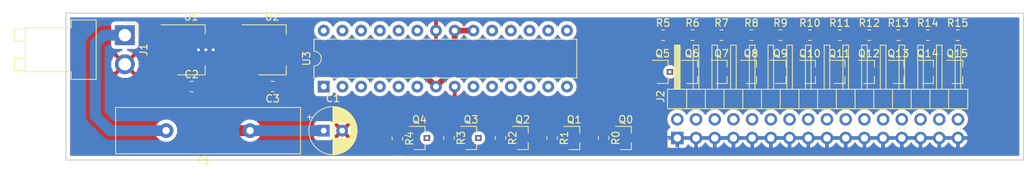
<source format=kicad_pcb>
(kicad_pcb (version 20171130) (host pcbnew 5.0.0)
  (layers (0 F.Cu signal) (31 B.Cu signal) (34 B.Paste user) (35 F.Paste user) (36 B.SilkS user) (37 F.SilkS user) (38 B.Mask user) (39 F.Mask user) (44 Edge.Cuts user))
  (net 0 "")
  (net 1 "Net-(C1-Pad1)")
  (net 2 GND)
  (net 3 +12V)
  (net 4 "Net-(F1-Pad2)")
  (net 5 /PB0)
  (net 6 "Net-(C3-Pad2)")
  (net 7 /LED0)
  (net 8 /LED1)
  (net 9 /LED2)
  (net 10 /LED3)
  (net 11 /LED4)
  (net 12 /LED5)
  (net 13 /LED6)
  (net 14 /LED7)
  (net 15 /LED8)
  (net 16 /LED9)
  (net 17 /LED10)
  (net 18 /LED11)
  (net 19 /LED12)
  (net 20 /LED13)
  (net 21 /LED14)
  (net 22 /LED15)
  (net 23 /PB1)
  (net 24 /PB2)
  (net 25 /PB3)
  (net 26 /PB4)
  (net 27 /PB5)
  (net 28 /PB6)
  (net 29 /PB7)
  (net 30 /PD0)
  (net 31 /PD1)
  (net 32 /PD2)
  (net 33 /PD3)
  (net 34 /PD4)
  (net 35 /PD5)
  (net 36 /PD6)
  (net 37 /PD7)
  (module Capacitor_THT:CP_Radial_D6.3mm_P2.50mm (layer F.Cu) (at 149.3 82.802)
    (fp_text reference C1 (at 1.25 -4.4) (layer F.SilkS))
    (fp_text value CP)
    (pad 1 thru_hole rect (at 0 0) (size 1.6 1.6) (drill 0.8) (layers *.Cu *.Mask) (net 1 "Net-(C1-Pad1)"))
    (pad 2 thru_hole circle (at 2.5 0) (size 1.6 1.6) (drill 0.8) (layers *.Cu *.Mask) (net 2 GND))
  )
  (module Capacitor_SMD:C_0805_2012Metric_Pad1.33x1.40mm_HandSolder (layer F.Cu) (at 131.3625 76.802)
    (fp_text reference C2 (at 0 -1.65) (layer F.SilkS))
    (fp_text value C)
    (pad 1 smd roundrect (at -0.9375 0) (size 1.325 1.4) (layers F.Cu F.Paste F.Mask) (roundrect_rratio 0.188679) (net 3 +12V))
    (pad 2 smd roundrect (at 0.9375 0) (size 1.325 1.4) (layers F.Cu F.Paste F.Mask) (roundrect_rratio 0.188679) (net 2 GND))
  )
  (module Capacitor_SMD:C_0805_2012Metric_Pad1.33x1.40mm_HandSolder (layer F.Cu) (at 142.3625 76.802 180)
    (fp_text reference C3 (at 0 -1.65 180) (layer F.SilkS))
    (fp_text value C)
    (pad 2 smd roundrect (at 0.9375 0 180) (size 1.325 1.4) (layers F.Cu F.Paste F.Mask) (roundrect_rratio 0.188679) (net 6 "Net-(C3-Pad2)"))
    (pad 1 smd roundrect (at -0.9375 0 180) (size 1.325 1.4) (layers F.Cu F.Paste F.Mask) (roundrect_rratio 0.188679) (net 2 GND))
  )
  (module Connector_JST:JST_VH_B2PS-VH_1x02_P3.96mm_Horizontal (layer F.Cu) (at 122.3 69.802 270)
    (fp_text reference J1 (at 1.98 -2.55 270) (layer F.SilkS))
    (fp_text value Conn_01x02_Male)
    (pad 1 thru_hole rect (at 0 0 270) (size 2.7 2.7) (drill 1.7) (layers *.Cu *.Mask) (net 4 "Net-(F1-Pad2)"))
    (pad 2 thru_hole circle (at 3.96 0 270) (size 2.7 2.7) (drill 1.7) (layers *.Cu *.Mask) (net 2 GND))
  )
  (module Connector_PinHeader_2.54mm:PinHeader_2x16_P2.54mm_Horizontal (layer F.Cu) (at 197.3 83.802 90)
    (fp_text reference J2 (at 5.655 -2.27 90) (layer F.SilkS))
    (fp_text value Conn_02x16_Odd_Even)
    (pad 1 thru_hole rect (at 0 0 90) (size 1.7 1.7) (drill 1) (layers *.Cu *.Mask) (net 3 +12V))
    (pad 2 thru_hole oval (at 2.54 0 90) (size 1.7 1.7) (drill 1) (layers *.Cu *.Mask) (net 7 /LED0))
    (pad 3 thru_hole oval (at 0 2.54 90) (size 1.7 1.7) (drill 1) (layers *.Cu *.Mask) (net 3 +12V))
    (pad 4 thru_hole oval (at 2.54 2.54 90) (size 1.7 1.7) (drill 1) (layers *.Cu *.Mask) (net 8 /LED1))
    (pad 5 thru_hole oval (at 0 5.08 90) (size 1.7 1.7) (drill 1) (layers *.Cu *.Mask) (net 3 +12V))
    (pad 6 thru_hole oval (at 2.54 5.08 90) (size 1.7 1.7) (drill 1) (layers *.Cu *.Mask) (net 9 /LED2))
    (pad 7 thru_hole oval (at 0 7.62 90) (size 1.7 1.7) (drill 1) (layers *.Cu *.Mask) (net 3 +12V))
    (pad 8 thru_hole oval (at 2.54 7.62 90) (size 1.7 1.7) (drill 1) (layers *.Cu *.Mask) (net 10 /LED3))
    (pad 9 thru_hole oval (at 0 10.16 90) (size 1.7 1.7) (drill 1) (layers *.Cu *.Mask) (net 3 +12V))
    (pad 10 thru_hole oval (at 2.54 10.16 90) (size 1.7 1.7) (drill 1) (layers *.Cu *.Mask) (net 11 /LED4))
    (pad 11 thru_hole oval (at 0 12.7 90) (size 1.7 1.7) (drill 1) (layers *.Cu *.Mask) (net 3 +12V))
    (pad 12 thru_hole oval (at 2.54 12.7 90) (size 1.7 1.7) (drill 1) (layers *.Cu *.Mask) (net 12 /LED5))
    (pad 13 thru_hole oval (at 0 15.24 90) (size 1.7 1.7) (drill 1) (layers *.Cu *.Mask) (net 3 +12V))
    (pad 14 thru_hole oval (at 2.54 15.24 90) (size 1.7 1.7) (drill 1) (layers *.Cu *.Mask) (net 13 /LED6))
    (pad 15 thru_hole oval (at 0 17.78 90) (size 1.7 1.7) (drill 1) (layers *.Cu *.Mask) (net 3 +12V))
    (pad 16 thru_hole oval (at 2.54 17.78 90) (size 1.7 1.7) (drill 1) (layers *.Cu *.Mask) (net 14 /LED7))
    (pad 17 thru_hole oval (at 0 20.32 90) (size 1.7 1.7) (drill 1) (layers *.Cu *.Mask) (net 3 +12V))
    (pad 18 thru_hole oval (at 2.54 20.32 90) (size 1.7 1.7) (drill 1) (layers *.Cu *.Mask) (net 15 /LED8))
    (pad 19 thru_hole oval (at 0 22.86 90) (size 1.7 1.7) (drill 1) (layers *.Cu *.Mask) (net 3 +12V))
    (pad 20 thru_hole oval (at 2.54 22.86 90) (size 1.7 1.7) (drill 1) (layers *.Cu *.Mask) (net 16 /LED9))
    (pad 21 thru_hole oval (at 0 25.4 90) (size 1.7 1.7) (drill 1) (layers *.Cu *.Mask) (net 3 +12V))
    (pad 22 thru_hole oval (at 2.54 25.4 90) (size 1.7 1.7) (drill 1) (layers *.Cu *.Mask) (net 17 /LED10))
    (pad 23 thru_hole oval (at 0 27.94 90) (size 1.7 1.7) (drill 1) (layers *.Cu *.Mask) (net 3 +12V))
    (pad 24 thru_hole oval (at 2.54 27.94 90) (size 1.7 1.7) (drill 1) (layers *.Cu *.Mask) (net 18 /LED11))
    (pad 25 thru_hole oval (at 0 30.48 90) (size 1.7 1.7) (drill 1) (layers *.Cu *.Mask) (net 3 +12V))
    (pad 26 thru_hole oval (at 2.54 30.48 90) (size 1.7 1.7) (drill 1) (layers *.Cu *.Mask) (net 19 /LED12))
    (pad 27 thru_hole oval (at 0 33.02 90) (size 1.7 1.7) (drill 1) (layers *.Cu *.Mask) (net 3 +12V))
    (pad 28 thru_hole oval (at 2.54 33.02 90) (size 1.7 1.7) (drill 1) (layers *.Cu *.Mask) (net 20 /LED13))
    (pad 29 thru_hole oval (at 0 35.56 90) (size 1.7 1.7) (drill 1) (layers *.Cu *.Mask) (net 3 +12V))
    (pad 30 thru_hole oval (at 2.54 35.56 90) (size 1.7 1.7) (drill 1) (layers *.Cu *.Mask) (net 21 /LED14))
    (pad 31 thru_hole oval (at 0 38.1 90) (size 1.7 1.7) (drill 1) (layers *.Cu *.Mask) (net 3 +12V))
    (pad 32 thru_hole oval (at 2.54 38.1 90) (size 1.7 1.7) (drill 1) (layers *.Cu *.Mask) (net 22 /LED15))
  )
  (module Package_TO_SOT_SMD:SOT-223-3_TabPin2 (layer F.Cu) (at 131.3 71.802)
    (fp_text reference U1 (at 0 -4.5) (layer F.SilkS))
    (fp_text value NCP1117-12_SOT223)
    (pad 1 smd rect (at -3.15 -2.3) (size 2 1.5) (layers F.Cu F.Paste F.Mask) (net 2 GND))
    (pad 3 smd rect (at -3.15 2.3) (size 2 1.5) (layers F.Cu F.Paste F.Mask) (net 1 "Net-(C1-Pad1)"))
    (pad 2 smd rect (at -3.15 0) (size 2 1.5) (layers F.Cu F.Paste F.Mask) (net 3 +12V))
    (pad 2 smd rect (at 3.15 0) (size 2 3.8) (layers F.Cu F.Paste F.Mask) (net 3 +12V))
  )
  (module Package_TO_SOT_SMD:SOT-223-3_TabPin2 (layer F.Cu) (at 142.3 71.802)
    (fp_text reference U2 (at 0 -4.5) (layer F.SilkS))
    (fp_text value AP1117-50)
    (pad 2 smd rect (at 3.15 0) (size 2 3.8) (layers F.Cu F.Paste F.Mask) (net 6 "Net-(C3-Pad2)"))
    (pad 2 smd rect (at -3.15 0) (size 2 1.5) (layers F.Cu F.Paste F.Mask) (net 6 "Net-(C3-Pad2)"))
    (pad 3 smd rect (at -3.15 2.3) (size 2 1.5) (layers F.Cu F.Paste F.Mask) (net 3 +12V))
    (pad 1 smd rect (at -3.15 -2.3) (size 2 1.5) (layers F.Cu F.Paste F.Mask) (net 2 GND))
  )
  (module Package_DIP:DIP-28_W7.62mm (layer F.Cu) (at 149.3 76.802 90)
    (fp_text reference U3 (at 3.81 -2.33 90) (layer F.SilkS))
    (fp_text value ATmega328P-PU)
    (pad 1 thru_hole rect (at 0 0 90) (size 1.6 1.6) (drill 0.8) (layers *.Cu *.Mask))
    (pad 15 thru_hole oval (at 7.62 33.02 90) (size 1.6 1.6) (drill 0.8) (layers *.Cu *.Mask) (net 23 /PB1))
    (pad 2 thru_hole oval (at 0 2.54 90) (size 1.6 1.6) (drill 0.8) (layers *.Cu *.Mask) (net 30 /PD0))
    (pad 16 thru_hole oval (at 7.62 30.48 90) (size 1.6 1.6) (drill 0.8) (layers *.Cu *.Mask) (net 24 /PB2))
    (pad 3 thru_hole oval (at 0 5.08 90) (size 1.6 1.6) (drill 0.8) (layers *.Cu *.Mask) (net 31 /PD1))
    (pad 17 thru_hole oval (at 7.62 27.94 90) (size 1.6 1.6) (drill 0.8) (layers *.Cu *.Mask) (net 25 /PB3))
    (pad 4 thru_hole oval (at 0 7.62 90) (size 1.6 1.6) (drill 0.8) (layers *.Cu *.Mask) (net 32 /PD2))
    (pad 18 thru_hole oval (at 7.62 25.4 90) (size 1.6 1.6) (drill 0.8) (layers *.Cu *.Mask) (net 26 /PB4))
    (pad 5 thru_hole oval (at 0 10.16 90) (size 1.6 1.6) (drill 0.8) (layers *.Cu *.Mask) (net 33 /PD3))
    (pad 19 thru_hole oval (at 7.62 22.86 90) (size 1.6 1.6) (drill 0.8) (layers *.Cu *.Mask) (net 27 /PB5))
    (pad 6 thru_hole oval (at 0 12.7 90) (size 1.6 1.6) (drill 0.8) (layers *.Cu *.Mask) (net 34 /PD4))
    (pad 20 thru_hole oval (at 7.62 20.32 90) (size 1.6 1.6) (drill 0.8) (layers *.Cu *.Mask) (net 6 "Net-(C3-Pad2)"))
    (pad 7 thru_hole oval (at 0 15.24 90) (size 1.6 1.6) (drill 0.8) (layers *.Cu *.Mask) (net 6 "Net-(C3-Pad2)"))
    (pad 21 thru_hole oval (at 7.62 17.78 90) (size 1.6 1.6) (drill 0.8) (layers *.Cu *.Mask) (net 6 "Net-(C3-Pad2)"))
    (pad 8 thru_hole oval (at 0 17.78 90) (size 1.6 1.6) (drill 0.8) (layers *.Cu *.Mask) (net 2 GND))
    (pad 22 thru_hole oval (at 7.62 15.24 90) (size 1.6 1.6) (drill 0.8) (layers *.Cu *.Mask) (net 2 GND))
    (pad 9 thru_hole oval (at 0 20.32 90) (size 1.6 1.6) (drill 0.8) (layers *.Cu *.Mask) (net 28 /PB6))
    (pad 23 thru_hole oval (at 7.62 12.7 90) (size 1.6 1.6) (drill 0.8) (layers *.Cu *.Mask))
    (pad 10 thru_hole oval (at 0 22.86 90) (size 1.6 1.6) (drill 0.8) (layers *.Cu *.Mask) (net 29 /PB7))
    (pad 24 thru_hole oval (at 7.62 10.16 90) (size 1.6 1.6) (drill 0.8) (layers *.Cu *.Mask))
    (pad 11 thru_hole oval (at 0 25.4 90) (size 1.6 1.6) (drill 0.8) (layers *.Cu *.Mask) (net 35 /PD5))
    (pad 25 thru_hole oval (at 7.62 7.62 90) (size 1.6 1.6) (drill 0.8) (layers *.Cu *.Mask))
    (pad 12 thru_hole oval (at 0 27.94 90) (size 1.6 1.6) (drill 0.8) (layers *.Cu *.Mask) (net 36 /PD6))
    (pad 26 thru_hole oval (at 7.62 5.08 90) (size 1.6 1.6) (drill 0.8) (layers *.Cu *.Mask))
    (pad 13 thru_hole oval (at 0 30.48 90) (size 1.6 1.6) (drill 0.8) (layers *.Cu *.Mask) (net 37 /PD7))
    (pad 27 thru_hole oval (at 7.62 2.54 90) (size 1.6 1.6) (drill 0.8) (layers *.Cu *.Mask))
    (pad 14 thru_hole oval (at 0 33.02 90) (size 1.6 1.6) (drill 0.8) (layers *.Cu *.Mask) (net 5 /PB0))
    (pad 28 thru_hole oval (at 7.62 0 90) (size 1.6 1.6) (drill 0.8) (layers *.Cu *.Mask))
  )
  (module Fuse:Fuse_Littelfuse-LVR200 (layer F.Cu) (at 139.3 82.802 180)
    (fp_text reference F1 (at 6.3 -4.1 180) (layer F.SilkS))
    (fp_text value Fuse)
    (pad 1 thru_hole circle (at 0 0 180) (size 2 2) (drill 1) (layers *.Cu *.Mask) (net 1 "Net-(C1-Pad1)"))
    (pad 2 thru_hole circle (at 11.4 0 180) (size 2 2) (drill 1) (layers *.Cu *.Mask) (net 4 "Net-(F1-Pad2)"))
  )
  (module Package_TO_SOT_SMD:SOT-23 (layer F.Cu) (at 190.3 83.802)
    (fp_text reference Q0 (at 0 -2.5) (layer F.SilkS))
    (fp_text value BSS138)
    (pad 3 smd rect (at 1 0) (size 0.9 0.8) (layers F.Cu F.Paste F.Mask) (net 7 /LED0))
    (pad 2 smd rect (at -1 0.95) (size 0.9 0.8) (layers F.Cu F.Paste F.Mask) (net 2 GND))
    (pad 1 smd rect (at -1 -0.95) (size 0.9 0.8) (layers F.Cu F.Paste F.Mask) (net 5 /PB0))
  )
  (module Package_TO_SOT_SMD:SOT-23 (layer F.Cu) (at 183.3 83.802)
    (fp_text reference Q1 (at 0 -2.5) (layer F.SilkS))
    (fp_text value BSS138)
    (pad 1 smd rect (at -1 -0.95) (size 0.9 0.8) (layers F.Cu F.Paste F.Mask) (net 23 /PB1))
    (pad 2 smd rect (at -1 0.95) (size 0.9 0.8) (layers F.Cu F.Paste F.Mask) (net 2 GND))
    (pad 3 smd rect (at 1 0) (size 0.9 0.8) (layers F.Cu F.Paste F.Mask) (net 8 /LED1))
  )
  (module Package_TO_SOT_SMD:SOT-23 (layer F.Cu) (at 176.3 83.802)
    (fp_text reference Q2 (at 0 -2.5) (layer F.SilkS))
    (fp_text value BSS138)
    (pad 3 smd rect (at 1 0) (size 0.9 0.8) (layers F.Cu F.Paste F.Mask) (net 9 /LED2))
    (pad 2 smd rect (at -1 0.95) (size 0.9 0.8) (layers F.Cu F.Paste F.Mask) (net 2 GND))
    (pad 1 smd rect (at -1 -0.95) (size 0.9 0.8) (layers F.Cu F.Paste F.Mask) (net 24 /PB2))
  )
  (module Package_TO_SOT_SMD:SOT-23 (layer F.Cu) (at 169.3 83.802)
    (fp_text reference Q3 (at 0 -2.5) (layer F.SilkS))
    (fp_text value BSS138)
    (pad 1 smd rect (at -1 -0.95) (size 0.9 0.8) (layers F.Cu F.Paste F.Mask) (net 25 /PB3))
    (pad 2 smd rect (at -1 0.95) (size 0.9 0.8) (layers F.Cu F.Paste F.Mask) (net 2 GND))
    (pad 3 smd rect (at 1 0) (size 0.9 0.8) (layers F.Cu F.Paste F.Mask) (net 10 /LED3))
  )
  (module Package_TO_SOT_SMD:SOT-23 (layer F.Cu) (at 162.3 83.802)
    (fp_text reference Q4 (at 0 -2.5) (layer F.SilkS))
    (fp_text value BSS138)
    (pad 3 smd rect (at 1 0) (size 0.9 0.8) (layers F.Cu F.Paste F.Mask) (net 11 /LED4))
    (pad 2 smd rect (at -1 0.95) (size 0.9 0.8) (layers F.Cu F.Paste F.Mask) (net 2 GND))
    (pad 1 smd rect (at -1 -0.95) (size 0.9 0.8) (layers F.Cu F.Paste F.Mask) (net 26 /PB4))
  )
  (module Package_TO_SOT_SMD:SOT-23 (layer F.Cu) (at 195.3 74.802)
    (fp_text reference Q5 (at 0 -2.5) (layer F.SilkS))
    (fp_text value BSS138)
    (pad 3 smd rect (at 1 0) (size 0.9 0.8) (layers F.Cu F.Paste F.Mask) (net 12 /LED5))
    (pad 2 smd rect (at -1 0.95) (size 0.9 0.8) (layers F.Cu F.Paste F.Mask) (net 2 GND))
    (pad 1 smd rect (at -1 -0.95) (size 0.9 0.8) (layers F.Cu F.Paste F.Mask) (net 27 /PB5))
  )
  (module Package_TO_SOT_SMD:SOT-23 (layer F.Cu) (at 199.3 74.802)
    (fp_text reference Q6 (at 0 -2.5) (layer F.SilkS))
    (fp_text value BSS138)
    (pad 1 smd rect (at -1 -0.95) (size 0.9 0.8) (layers F.Cu F.Paste F.Mask) (net 28 /PB6))
    (pad 2 smd rect (at -1 0.95) (size 0.9 0.8) (layers F.Cu F.Paste F.Mask) (net 2 GND))
    (pad 3 smd rect (at 1 0) (size 0.9 0.8) (layers F.Cu F.Paste F.Mask) (net 13 /LED6))
  )
  (module Package_TO_SOT_SMD:SOT-23 (layer F.Cu) (at 203.3 74.802)
    (fp_text reference Q7 (at 0 -2.5) (layer F.SilkS))
    (fp_text value BSS138)
    (pad 3 smd rect (at 1 0) (size 0.9 0.8) (layers F.Cu F.Paste F.Mask) (net 14 /LED7))
    (pad 2 smd rect (at -1 0.95) (size 0.9 0.8) (layers F.Cu F.Paste F.Mask) (net 2 GND))
    (pad 1 smd rect (at -1 -0.95) (size 0.9 0.8) (layers F.Cu F.Paste F.Mask) (net 29 /PB7))
  )
  (module Package_TO_SOT_SMD:SOT-23 (layer F.Cu) (at 207.3 74.802)
    (fp_text reference Q8 (at 0 -2.5) (layer F.SilkS))
    (fp_text value BSS138)
    (pad 3 smd rect (at 1 0) (size 0.9 0.8) (layers F.Cu F.Paste F.Mask) (net 15 /LED8))
    (pad 2 smd rect (at -1 0.95) (size 0.9 0.8) (layers F.Cu F.Paste F.Mask) (net 2 GND))
    (pad 1 smd rect (at -1 -0.95) (size 0.9 0.8) (layers F.Cu F.Paste F.Mask) (net 30 /PD0))
  )
  (module Package_TO_SOT_SMD:SOT-23 (layer F.Cu) (at 211.3 74.802)
    (fp_text reference Q9 (at 0 -2.5) (layer F.SilkS))
    (fp_text value BSS138)
    (pad 1 smd rect (at -1 -0.95) (size 0.9 0.8) (layers F.Cu F.Paste F.Mask) (net 31 /PD1))
    (pad 2 smd rect (at -1 0.95) (size 0.9 0.8) (layers F.Cu F.Paste F.Mask) (net 2 GND))
    (pad 3 smd rect (at 1 0) (size 0.9 0.8) (layers F.Cu F.Paste F.Mask) (net 16 /LED9))
  )
  (module Package_TO_SOT_SMD:SOT-23 (layer F.Cu) (at 215.3 74.802)
    (fp_text reference Q10 (at 0 -2.5) (layer F.SilkS))
    (fp_text value BSS138)
    (pad 1 smd rect (at -1 -0.95) (size 0.9 0.8) (layers F.Cu F.Paste F.Mask) (net 32 /PD2))
    (pad 2 smd rect (at -1 0.95) (size 0.9 0.8) (layers F.Cu F.Paste F.Mask) (net 2 GND))
    (pad 3 smd rect (at 1 0) (size 0.9 0.8) (layers F.Cu F.Paste F.Mask) (net 17 /LED10))
  )
  (module Package_TO_SOT_SMD:SOT-23 (layer F.Cu) (at 219.3 74.802)
    (fp_text reference Q11 (at 0 -2.5) (layer F.SilkS))
    (fp_text value BSS138)
    (pad 1 smd rect (at -1 -0.95) (size 0.9 0.8) (layers F.Cu F.Paste F.Mask) (net 33 /PD3))
    (pad 2 smd rect (at -1 0.95) (size 0.9 0.8) (layers F.Cu F.Paste F.Mask) (net 2 GND))
    (pad 3 smd rect (at 1 0) (size 0.9 0.8) (layers F.Cu F.Paste F.Mask) (net 18 /LED11))
  )
  (module Package_TO_SOT_SMD:SOT-23 (layer F.Cu) (at 223.3 74.802)
    (fp_text reference Q12 (at 0 -2.5) (layer F.SilkS))
    (fp_text value BSS138)
    (pad 3 smd rect (at 1 0) (size 0.9 0.8) (layers F.Cu F.Paste F.Mask) (net 19 /LED12))
    (pad 2 smd rect (at -1 0.95) (size 0.9 0.8) (layers F.Cu F.Paste F.Mask) (net 2 GND))
    (pad 1 smd rect (at -1 -0.95) (size 0.9 0.8) (layers F.Cu F.Paste F.Mask) (net 34 /PD4))
  )
  (module Package_TO_SOT_SMD:SOT-23 (layer F.Cu) (at 227.3 74.802)
    (fp_text reference Q13 (at 0 -2.5) (layer F.SilkS))
    (fp_text value BSS138)
    (pad 3 smd rect (at 1 0) (size 0.9 0.8) (layers F.Cu F.Paste F.Mask) (net 20 /LED13))
    (pad 2 smd rect (at -1 0.95) (size 0.9 0.8) (layers F.Cu F.Paste F.Mask) (net 2 GND))
    (pad 1 smd rect (at -1 -0.95) (size 0.9 0.8) (layers F.Cu F.Paste F.Mask) (net 35 /PD5))
  )
  (module Package_TO_SOT_SMD:SOT-23 (layer F.Cu) (at 231.3 74.802)
    (fp_text reference Q14 (at 0 -2.5) (layer F.SilkS))
    (fp_text value BSS138)
    (pad 1 smd rect (at -1 -0.95) (size 0.9 0.8) (layers F.Cu F.Paste F.Mask) (net 36 /PD6))
    (pad 2 smd rect (at -1 0.95) (size 0.9 0.8) (layers F.Cu F.Paste F.Mask) (net 2 GND))
    (pad 3 smd rect (at 1 0) (size 0.9 0.8) (layers F.Cu F.Paste F.Mask) (net 21 /LED14))
  )
  (module Package_TO_SOT_SMD:SOT-23 (layer F.Cu) (at 235.3 74.802)
    (fp_text reference Q15 (at 0 -2.5) (layer F.SilkS))
    (fp_text value BSS138)
    (pad 1 smd rect (at -1 -0.95) (size 0.9 0.8) (layers F.Cu F.Paste F.Mask) (net 37 /PD7))
    (pad 2 smd rect (at -1 0.95) (size 0.9 0.8) (layers F.Cu F.Paste F.Mask) (net 2 GND))
    (pad 3 smd rect (at 1 0) (size 0.9 0.8) (layers F.Cu F.Paste F.Mask) (net 22 /LED15))
  )
  (module Resistor_SMD:R_0805_2012Metric_Pad1.33x1.40mm_HandSolder (layer F.Cu) (at 187.3 83.802 270)
    (fp_text reference R0 (at 0 -1.65 270) (layer F.SilkS))
    (fp_text value R)
    (pad 1 smd roundrect (at -0.9375 0 270) (size 1.325 1.4) (layers F.Cu F.Paste F.Mask) (roundrect_rratio 0.188679) (net 5 /PB0))
    (pad 2 smd roundrect (at 0.9375 0 270) (size 1.325 1.4) (layers F.Cu F.Paste F.Mask) (roundrect_rratio 0.188679) (net 2 GND))
  )
  (module Resistor_SMD:R_0805_2012Metric_Pad1.33x1.40mm_HandSolder (layer F.Cu) (at 180.3 83.802 270)
    (fp_text reference R1 (at 0 -1.65 270) (layer F.SilkS))
    (fp_text value R)
    (pad 1 smd roundrect (at -0.9375 0 270) (size 1.325 1.4) (layers F.Cu F.Paste F.Mask) (roundrect_rratio 0.188679) (net 23 /PB1))
    (pad 2 smd roundrect (at 0.9375 0 270) (size 1.325 1.4) (layers F.Cu F.Paste F.Mask) (roundrect_rratio 0.188679) (net 2 GND))
  )
  (module Resistor_SMD:R_0805_2012Metric_Pad1.33x1.40mm_HandSolder (layer F.Cu) (at 173.3 83.802 270)
    (fp_text reference R2 (at 0 -1.65 270) (layer F.SilkS))
    (fp_text value R)
    (pad 2 smd roundrect (at 0.9375 0 270) (size 1.325 1.4) (layers F.Cu F.Paste F.Mask) (roundrect_rratio 0.188679) (net 2 GND))
    (pad 1 smd roundrect (at -0.9375 0 270) (size 1.325 1.4) (layers F.Cu F.Paste F.Mask) (roundrect_rratio 0.188679) (net 24 /PB2))
  )
  (module Resistor_SMD:R_0805_2012Metric_Pad1.33x1.40mm_HandSolder (layer F.Cu) (at 166.3 83.802 270)
    (fp_text reference R3 (at 0 -1.65 270) (layer F.SilkS))
    (fp_text value R)
    (pad 1 smd roundrect (at -0.9375 0 270) (size 1.325 1.4) (layers F.Cu F.Paste F.Mask) (roundrect_rratio 0.188679) (net 25 /PB3))
    (pad 2 smd roundrect (at 0.9375 0 270) (size 1.325 1.4) (layers F.Cu F.Paste F.Mask) (roundrect_rratio 0.188679) (net 2 GND))
  )
  (module Resistor_SMD:R_0805_2012Metric_Pad1.33x1.40mm_HandSolder (layer F.Cu) (at 159.3 83.8645 270)
    (fp_text reference R4 (at 0 -1.65 270) (layer F.SilkS))
    (fp_text value R)
    (pad 1 smd roundrect (at -0.9375 0 270) (size 1.325 1.4) (layers F.Cu F.Paste F.Mask) (roundrect_rratio 0.188679) (net 26 /PB4))
    (pad 2 smd roundrect (at 0.9375 0 270) (size 1.325 1.4) (layers F.Cu F.Paste F.Mask) (roundrect_rratio 0.188679) (net 2 GND))
  )
  (module Resistor_SMD:R_0805_2012Metric_Pad1.33x1.40mm_HandSolder (layer F.Cu) (at 195.3625 69.802)
    (fp_text reference R5 (at 0 -1.65) (layer F.SilkS))
    (fp_text value R)
    (pad 2 smd roundrect (at 0.9375 0) (size 1.325 1.4) (layers F.Cu F.Paste F.Mask) (roundrect_rratio 0.188679) (net 2 GND))
    (pad 1 smd roundrect (at -0.9375 0) (size 1.325 1.4) (layers F.Cu F.Paste F.Mask) (roundrect_rratio 0.188679) (net 27 /PB5))
  )
  (module Resistor_SMD:R_0805_2012Metric_Pad1.33x1.40mm_HandSolder (layer F.Cu) (at 199.3625 69.802)
    (fp_text reference R6 (at 0 -1.65) (layer F.SilkS))
    (fp_text value R)
    (pad 2 smd roundrect (at 0.9375 0) (size 1.325 1.4) (layers F.Cu F.Paste F.Mask) (roundrect_rratio 0.188679) (net 2 GND))
    (pad 1 smd roundrect (at -0.9375 0) (size 1.325 1.4) (layers F.Cu F.Paste F.Mask) (roundrect_rratio 0.188679) (net 28 /PB6))
  )
  (module Resistor_SMD:R_0805_2012Metric_Pad1.33x1.40mm_HandSolder (layer F.Cu) (at 203.3 69.802)
    (fp_text reference R7 (at 0 -1.65) (layer F.SilkS))
    (fp_text value R)
    (pad 1 smd roundrect (at -0.9375 0) (size 1.325 1.4) (layers F.Cu F.Paste F.Mask) (roundrect_rratio 0.188679) (net 29 /PB7))
    (pad 2 smd roundrect (at 0.9375 0) (size 1.325 1.4) (layers F.Cu F.Paste F.Mask) (roundrect_rratio 0.188679) (net 2 GND))
  )
  (module Resistor_SMD:R_0805_2012Metric_Pad1.33x1.40mm_HandSolder (layer F.Cu) (at 207.3625 69.802)
    (fp_text reference R8 (at 0 -1.65) (layer F.SilkS))
    (fp_text value R)
    (pad 2 smd roundrect (at 0.9375 0) (size 1.325 1.4) (layers F.Cu F.Paste F.Mask) (roundrect_rratio 0.188679) (net 2 GND))
    (pad 1 smd roundrect (at -0.9375 0) (size 1.325 1.4) (layers F.Cu F.Paste F.Mask) (roundrect_rratio 0.188679) (net 30 /PD0))
  )
  (module Resistor_SMD:R_0805_2012Metric_Pad1.33x1.40mm_HandSolder (layer F.Cu) (at 211.3 69.802)
    (fp_text reference R9 (at 0 -1.65) (layer F.SilkS))
    (fp_text value R)
    (pad 1 smd roundrect (at -0.9375 0) (size 1.325 1.4) (layers F.Cu F.Paste F.Mask) (roundrect_rratio 0.188679) (net 31 /PD1))
    (pad 2 smd roundrect (at 0.9375 0) (size 1.325 1.4) (layers F.Cu F.Paste F.Mask) (roundrect_rratio 0.188679) (net 2 GND))
  )
  (module Resistor_SMD:R_0805_2012Metric_Pad1.33x1.40mm_HandSolder (layer F.Cu) (at 215.3 69.802)
    (fp_text reference R10 (at 0 -1.65) (layer F.SilkS))
    (fp_text value R)
    (pad 2 smd roundrect (at 0.9375 0) (size 1.325 1.4) (layers F.Cu F.Paste F.Mask) (roundrect_rratio 0.188679) (net 2 GND))
    (pad 1 smd roundrect (at -0.9375 0) (size 1.325 1.4) (layers F.Cu F.Paste F.Mask) (roundrect_rratio 0.188679) (net 32 /PD2))
  )
  (module Resistor_SMD:R_0805_2012Metric_Pad1.33x1.40mm_HandSolder (layer F.Cu) (at 219.3625 69.802)
    (fp_text reference R11 (at 0 -1.65) (layer F.SilkS))
    (fp_text value R)
    (pad 1 smd roundrect (at -0.9375 0) (size 1.325 1.4) (layers F.Cu F.Paste F.Mask) (roundrect_rratio 0.188679) (net 33 /PD3))
    (pad 2 smd roundrect (at 0.9375 0) (size 1.325 1.4) (layers F.Cu F.Paste F.Mask) (roundrect_rratio 0.188679) (net 2 GND))
  )
  (module Resistor_SMD:R_0805_2012Metric_Pad1.33x1.40mm_HandSolder (layer F.Cu) (at 223.3625 69.802)
    (fp_text reference R12 (at 0 -1.65) (layer F.SilkS))
    (fp_text value R)
    (pad 2 smd roundrect (at 0.9375 0) (size 1.325 1.4) (layers F.Cu F.Paste F.Mask) (roundrect_rratio 0.188679) (net 2 GND))
    (pad 1 smd roundrect (at -0.9375 0) (size 1.325 1.4) (layers F.Cu F.Paste F.Mask) (roundrect_rratio 0.188679) (net 34 /PD4))
  )
  (module Resistor_SMD:R_0805_2012Metric_Pad1.33x1.40mm_HandSolder (layer F.Cu) (at 227.3 69.802)
    (fp_text reference R13 (at 0 -1.65) (layer F.SilkS))
    (fp_text value R)
    (pad 2 smd roundrect (at 0.9375 0) (size 1.325 1.4) (layers F.Cu F.Paste F.Mask) (roundrect_rratio 0.188679) (net 2 GND))
    (pad 1 smd roundrect (at -0.9375 0) (size 1.325 1.4) (layers F.Cu F.Paste F.Mask) (roundrect_rratio 0.188679) (net 35 /PD5))
  )
  (module Resistor_SMD:R_0805_2012Metric_Pad1.33x1.40mm_HandSolder (layer F.Cu) (at 231.3 69.802)
    (fp_text reference R14 (at 0 -1.65) (layer F.SilkS))
    (fp_text value R)
    (pad 1 smd roundrect (at -0.9375 0) (size 1.325 1.4) (layers F.Cu F.Paste F.Mask) (roundrect_rratio 0.188679) (net 36 /PD6))
    (pad 2 smd roundrect (at 0.9375 0) (size 1.325 1.4) (layers F.Cu F.Paste F.Mask) (roundrect_rratio 0.188679) (net 2 GND))
  )
  (module Resistor_SMD:R_0805_2012Metric_Pad1.33x1.40mm_HandSolder (layer F.Cu) (at 235.3625 69.802)
    (fp_text reference R15 (at 0 -1.65) (layer F.SilkS))
    (fp_text value R)
    (pad 2 smd roundrect (at 0.9375 0) (size 1.325 1.4) (layers F.Cu F.Paste F.Mask) (roundrect_rratio 0.188679) (net 2 GND))
    (pad 1 smd roundrect (at -0.9375 0) (size 1.325 1.4) (layers F.Cu F.Paste F.Mask) (roundrect_rratio 0.188679) (net 37 /PD7))
  )
  (gr_line (start 114.3 86.802) (end 114.3 66.802) (layer Edge.Cuts) (width 0.15))
  (gr_line (start 244.3 86.802) (end 114.3 86.802) (layer Edge.Cuts) (width 0.15))
  (gr_line (start 244.3 66.802) (end 244.3 86.802) (layer Edge.Cuts) (width 0.15))
  (gr_line (start 114.3 66.802) (end 244.3 66.802) (layer Edge.Cuts) (width 0.15))
  (segment (start 139.3 82.802) (end 133.3 82.802) (width 1.5) (layer F.Cu) (net 1))
  (segment (start 128.15 77.652) (end 128.15 74.102) (width 1.5) (layer F.Cu) (net 1))
  (segment (start 133.3 82.802) (end 128.15 77.652) (width 1.5) (layer F.Cu) (net 1))
  (segment (start 139.3 82.802) (end 149.3 82.802) (width 1.5) (layer B.Cu) (net 1))
  (segment (start 136.75 74.102) (end 139.15 74.102) (width 1.5) (layer F.Cu) (net 3))
  (segment (start 134.45 71.802) (end 136.75 74.102) (width 1.5) (layer F.Cu) (net 3))
  (segment (start 134.3 71.802) (end 134.45 71.802) (width 1.5) (layer F.Cu) (net 3))
  (via (at 134.3 71.802) (size 0.8) (drill 0.4) (layers F.Cu B.Cu) (net 3))
  (segment (start 133.3 71.802) (end 134.3 71.802) (width 1.5) (layer F.Cu) (net 3))
  (via (at 133.3 71.802) (size 0.8) (drill 0.4) (layers F.Cu B.Cu) (net 3))
  (segment (start 132.3 71.802) (end 133.3 71.802) (width 1.5) (layer F.Cu) (net 3))
  (via (at 132.3 71.802) (size 0.8) (drill 0.4) (layers F.Cu B.Cu) (net 3))
  (segment (start 131.3 75.127) (end 131.3 71.802) (width 0.8) (layer F.Cu) (net 3))
  (segment (start 130.425 76.002) (end 131.3 75.127) (width 0.8) (layer F.Cu) (net 3))
  (segment (start 131.3 71.802) (end 132.3 71.802) (width 1.5) (layer F.Cu) (net 3))
  (segment (start 130.425 76.802) (end 130.425 76.002) (width 0.8) (layer F.Cu) (net 3))
  (segment (start 128.15 71.802) (end 131.3 71.802) (width 1.5) (layer F.Cu) (net 3))
  (segment (start 118.3 80.802) (end 120.3 82.802) (width 1.5) (layer B.Cu) (net 4))
  (segment (start 118.3 70.952) (end 118.3 80.802) (width 1.5) (layer B.Cu) (net 4))
  (segment (start 119.45 69.802) (end 118.3 70.952) (width 1.5) (layer B.Cu) (net 4))
  (segment (start 122.3 69.802) (end 119.45 69.802) (width 1.5) (layer B.Cu) (net 4))
  (segment (start 120.3 82.802) (end 127.9 82.802) (width 1.5) (layer B.Cu) (net 4))
  (segment (start 139.15 71.802) (end 140.95 71.802) (width 0.8) (layer F.Cu) (net 6))
  (segment (start 159.54 71.802) (end 164.54 76.802) (width 0.8) (layer F.Cu) (net 6))
  (segment (start 145.45 71.802) (end 159.54 71.802) (width 0.8) (layer F.Cu) (net 6))
  (segment (start 167.08 74.262) (end 167.08 69.182) (width 0.8) (layer F.Cu) (net 6))
  (segment (start 164.54 76.802) (end 167.08 74.262) (width 0.8) (layer F.Cu) (net 6))
  (segment (start 167.08 69.182) (end 169.62 69.182) (width 0.8) (layer F.Cu) (net 6))
  (segment (start 141.425 71.927) (end 141.3 71.802) (width 0.8) (layer F.Cu) (net 6))
  (segment (start 141.425 76.802) (end 141.425 71.927) (width 0.8) (layer F.Cu) (net 6))
  (segment (start 141.3 71.802) (end 139.15 71.802) (width 0.8) (layer F.Cu) (net 6))
  (segment (start 145.45 71.802) (end 141.3 71.802) (width 0.8) (layer F.Cu) (net 6))
  (segment (start 188.393519 81.751999) (end 188.14351 81.50199) (width 1) (layer F.Cu) (net 8))
  (segment (start 190.450001 81.891999) (end 190.310001 81.751999) (width 1) (layer F.Cu) (net 8))
  (segment (start 190.310001 81.751999) (end 188.393519 81.751999) (width 1) (layer F.Cu) (net 8))
  (segment (start 190.450001 82.702001) (end 190.450001 81.891999) (width 1) (layer F.Cu) (net 8))
  (segment (start 184.3 83.65848) (end 184.3 83.802) (width 1) (layer F.Cu) (net 8))
  (segment (start 190.702929 82.702001) (end 190.450001 82.702001) (width 1) (layer F.Cu) (net 8))
  (segment (start 188.890579 80.551988) (end 188.64057 80.301979) (width 1) (layer F.Cu) (net 9))
  (segment (start 190.981466 80.726393) (end 190.807061 80.551988) (width 1) (layer F.Cu) (net 9))
  (segment (start 190.807061 80.551988) (end 188.890579 80.551988) (width 1) (layer F.Cu) (net 9))
  (via (at 170.3 83.802) (size 0.8) (drill 0.4) (layers F.Cu B.Cu) (net 10))
  (via (at 163.3 83.802) (size 0.8) (drill 0.4) (layers F.Cu B.Cu) (net 11))
  (via (at 196.3 74.802) (size 0.8) (drill 0.4) (layers F.Cu B.Cu) (net 12))
  (zone (net 2) (net_name GND) (layer F.Cu) (connect_pads (clearance 0.508)) (min_thickness 0.254) (fill yes (arc_segments 16) (thermal_gap 0.508) (thermal_bridge_width 0.508))
    (polygon (pts (xy 114.3 66.802) (xy 114.3 86.802) (xy 244.3 86.802) (xy 244.3 66.802)))
  )
  (zone (net 3) (net_name +12V) (layer B.Cu) (connect_pads (clearance 0.508)) (min_thickness 0.254) (fill yes (arc_segments 16) (thermal_gap 0.508) (thermal_bridge_width 0.508))
    (polygon (pts (xy 114.3 66.802) (xy 114.3 86.802) (xy 244.3 86.802) (xy 244.3 66.802)))
  )
)
</source>
